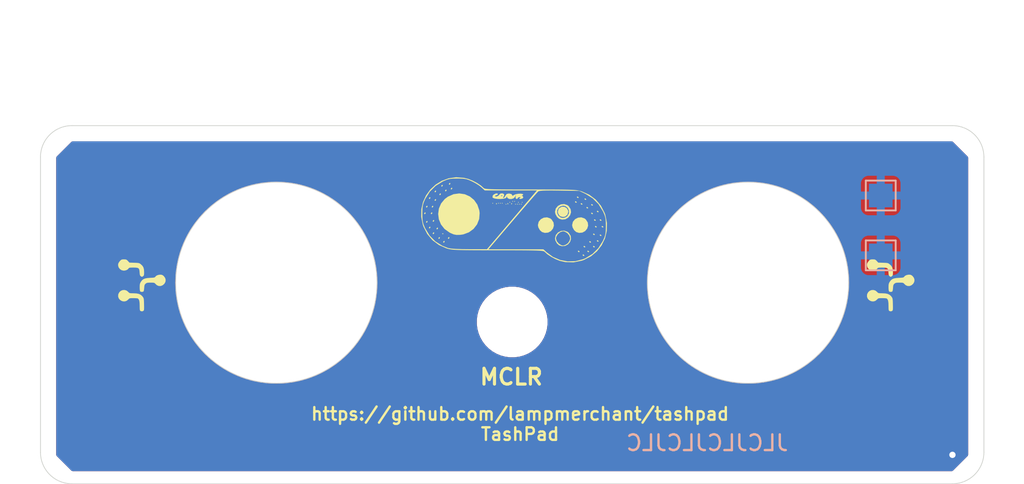
<source format=kicad_pcb>
(kicad_pcb (version 20240108) (generator "pcbnew") (generator_version "8.0")
  (title_block (title "TashPad back panel") (date "2024-05-04") (rev "1.1") (company "Lostwave") (comment 1 "https://68kmla.org") (comment 2 "https://github.com/demik/quack"))
  (layers (0 "F.Cu" signal) (31 "B.Cu" power) (36 "B.SilkS" user "B.Silkscreen") (37 "F.SilkS" user "F.Silkscreen") (38 "B.Mask" user) (39 "F.Mask" user) (44 "Edge.Cuts" user))
  (net 0 "")
  (net 1 "Earth")
  (footprint "ADB_4mm:ADB_4mm" (layer "F.Cu") (at 44.45 50.165)
    (property "Reference" "ADB" (hide yes))
    (property "Value" "LOGO" (hide yes))
    (fp_poly (pts (xy 1.259897 -0.668993) (xy 1.331506 -0.635877) (xy 1.392588 -0.584544) (xy 1.477977 -0.470504) (xy 1.512294 -0.34505) (xy 1.496646 -0.218291) (xy 1.432143 -0.100335) (xy 1.329326 -0.007428) (xy 1.20383 0.045712) (xy 1.074948 0.045922) (xy 0.952682 -0.004896) (xy 0.852152 -0.098214) (xy 0.820579 -0.132945) (xy 0.783631 -0.15407) (xy 0.72732 -0.164935) (xy 0.637658 -0.168887) (xy 0.554901 -0.169333) (xy 0.432714 -0.167543) (xy 0.35156 -0.160029) (xy 0.296086 -0.143577) (xy 0.250935 -0.114973) (xy 0.235987 -0.10258) (xy 0.193251 -0.058852) (xy 0.167831 -0.007829) (xy 0.153713 0.068037) (xy 0.146508 0.158475) (xy 0.136575 0.26159) (xy 0.122012 0.344227) (xy 0.106195 0.388056) (xy 0.053084 0.416405) (xy -0.022119 0.42118) (xy -0.090132 0.402187) (xy -0.107244 0.389467) (xy -0.125577 0.341817) (xy -0.137288 0.247941) (xy -0.141111 0.126881) (xy -0.13882 0.005686) (xy -0.128982 -0.078734) (xy -0.107152 -0.145963) (xy -0.068884 -0.215585) (xy -0.060251 -0.229342) (xy 0.010405 -0.322439) (xy 0.092776 -0.388945) (xy 0.197752 -0.433387) (xy 0.336224 -0.460291) (xy 0.519082 -0.474183) (xy 0.529901 -0.47463) (xy 0.664168 -0.48136) (xy 0.752841 -0.490158) (xy 0.806771 -0.503223) (xy 0.83681 -0.522755) (xy 0.848238 -0.539158) (xy 0.91329 -0.606885) (xy 1.017232 -0.655085) (xy 1.143924 -0.676781) (xy 1.167811 -0.677333)) (fill solid) (layer "F.SilkS"))
    (fp_poly (pts (xy -1.04761 -1.647727) (xy -0.985222 -1.631585) (xy -0.932496 -1.593092) (xy -0.888788 -1.547716) (xy -0.794134 -1.444431) (xy -0.484261 -1.434827) (xy -0.346803 -1.429766) (xy -0.252227 -1.422635) (xy -0.186982 -1.410313) (xy -0.137515 -1.389682) (xy -0.090274 -1.35762) (xy -0.066027 -1.338549) (xy 0.033764 -1.242941) (xy 0.09744 -1.13807) (xy 0.131157 -1.009158) (xy 0.141067 -0.841425) (xy 0.141067 -0.841211) (xy 0.139279 -0.728284) (xy 0.131564 -0.657425) (xy 0.114486 -0.614314) (xy 0.084604 -0.584629) (xy 0.078387 -0.580156) (xy 0.022452 -0.544875) (xy -0.016495 -0.542386) (xy -0.067105 -0.572268) (xy -0.075165 -0.577899) (xy -0.108691 -0.611754) (xy -0.129324 -0.665081) (xy -0.141424 -0.752568) (xy -0.14575 -0.815715) (xy -0.156903 -0.942594) (xy -0.179676 -1.029777) (xy -0.223331 -1.084628) (xy -0.29713 -1.11451) (xy -0.410334 -1.12679) (xy -0.539603 -1.128889) (xy -0.668608 -1.127757) (xy -0.752679 -1.122959) (xy -0.803307 -1.112394) (xy -0.83198 -1.093959) (xy -0.84651 -1.072737) (xy -0.911784 -1.003554) (xy -1.013926 -0.953673) (xy -1.13438 -0.931694) (xy -1.151536 -0.931333) (xy -1.285728 -0.957746) (xy -1.399504 -1.030666) (xy -1.479522 -1.140613) (xy -1.493099 -1.173949) (xy -1.517829 -1.293905) (xy -1.498193 -1.400965) (xy -1.430574 -1.509344) (xy -1.398285 -1.546545) (xy -1.337923 -1.606991) (xy -1.284711 -1.638144) (xy -1.215233 -1.649587) (xy -1.143 -1.651)) (fill solid) (layer "F.SilkS"))
    (fp_poly (pts (xy -0.967687 0.339291) (xy -0.863523 0.425217) (xy -0.828276 0.464011) (xy -0.792831 0.488322) (xy -0.743544 0.501571) (xy -0.666769 0.50718) (xy -0.548862 0.508573) (xy -0.530989 0.50862) (xy -0.341151 0.517855) (xy -0.194397 0.547254) (xy -0.079715 0.600882) (xy 0.013912 0.682801) (xy 0.04561 0.72134) (xy 0.078417 0.766596) (xy 0.101268 0.80917) (xy 0.116289 0.860518) (xy 0.125609 0.932099) (xy 0.131355 1.035369) (xy 0.135654 1.181785) (xy 0.136349 1.209947) (xy 0.139425 1.365776) (xy 0.1391 1.474832) (xy 0.13444 1.546731) (xy 0.124511 1.591091) (xy 0.108378 1.617527) (xy 0.095677 1.628535) (xy 0.009875 1.662387) (xy -0.081162 1.640472) (xy -0.091722 1.634628) (xy -0.114272 1.613811) (xy -0.128849 1.575766) (xy -0.13708 1.509794) (xy -0.140591 1.405195) (xy -0.141111 1.309529) (xy -0.146892 1.125701) (xy -0.165295 0.991346) (xy -0.197916 0.900583) (xy -0.246345 0.84753) (xy -0.269376 0.835976) (xy -0.317608 0.82789) (xy -0.405795 0.821776) (xy -0.517452 0.818649) (xy -0.554464 0.818444) (xy -0.672045 0.819513) (xy -0.747861 0.82534) (xy -0.796584 0.839856) (xy -0.832886 0.86699) (xy -0.863523 0.901227) (xy -0.966157 0.987013) (xy -1.081305 1.026299) (xy -1.199489 1.024329) (xy -1.31123 0.986344) (xy -1.407049 0.917588) (xy -1.477469 0.823301) (xy -1.51301 0.708727) (xy -1.504195 0.579108) (xy -1.496115 0.551355) (xy -1.430437 0.430842) (xy -1.332604 0.346956) (xy -1.214767 0.302121) (xy -1.089078 0.298758)) (fill solid) (layer "F.SilkS"))
  )
  (footprint "LOGO" (layer "F.Cu") (at 68 46)
    (property "Reference" "G***" (hide yes))
    (property "Value" "LOGO" (hide yes))
    (fp_poly (pts (xy -1.209524 -1.058333) (xy -1.239762 -1.028095) (xy -1.27 -1.058333) (xy -1.239762 -1.088571)) (fill solid) (layer "F.SilkS"))
    (fp_poly (pts (xy -0.846667 -1.058333) (xy -0.876905 -1.028095) (xy -0.907143 -1.058333) (xy -0.876905 -1.088571)) (fill solid) (layer "F.SilkS"))
    (fp_poly (pts (xy -0.725715 -1.058333) (xy -0.755953 -1.028095) (xy -0.786191 -1.058333) (xy -0.755953 -1.088571)) (fill solid) (layer "F.SilkS"))
    (fp_poly (pts (xy -0.604762 -1.058333) (xy -0.635 -1.028095) (xy -0.665238 -1.058333) (xy -0.635 -1.088571)) (fill solid) (layer "F.SilkS"))
    (fp_poly (pts (xy -0.362857 -0.997857) (xy -0.393095 -0.967619) (xy -0.423334 -0.997857) (xy -0.393095 -1.028095)) (fill solid) (layer "F.SilkS"))
    (fp_poly (pts (xy -0.120953 -1.118809) (xy -0.151191 -1.088571) (xy -0.181429 -1.118809) (xy -0.151191 -1.149047)) (fill solid) (layer "F.SilkS"))
    (fp_poly (pts (xy 0.060476 -1.179285) (xy 0.030238 -1.149047) (xy 0 -1.179285) (xy 0.030238 -1.209524)) (fill solid) (layer "F.SilkS"))
    (fp_poly (pts (xy 0.181428 -1.179285) (xy 0.15119 -1.149047) (xy 0.120952 -1.179285) (xy 0.15119 -1.209524)) (fill solid) (layer "F.SilkS"))
    (fp_poly (pts (xy 0.241905 -0.997857) (xy 0.211666 -0.967619) (xy 0.181428 -0.997857) (xy 0.211666 -1.028095)) (fill solid) (layer "F.SilkS"))
    (fp_poly (pts (xy 0.362857 -0.997857) (xy 0.332619 -0.967619) (xy 0.302381 -0.997857) (xy 0.332619 -1.028095)) (fill solid) (layer "F.SilkS"))
    (fp_poly (pts (xy 0.423333 -1.118809) (xy 0.393095 -1.088571) (xy 0.362857 -1.118809) (xy 0.393095 -1.149047)) (fill solid) (layer "F.SilkS"))
    (fp_poly (pts (xy 0.483809 -0.997857) (xy 0.453571 -0.967619) (xy 0.423333 -0.997857) (xy 0.453571 -1.028095)) (fill solid) (layer "F.SilkS"))
    (fp_poly (pts (xy 0.604762 -0.997857) (xy 0.574524 -0.967619) (xy 0.544285 -0.997857) (xy 0.574524 -1.028095)) (fill solid) (layer "F.SilkS"))
    (fp_poly (pts (xy 0.665238 -1.118809) (xy 0.635 -1.088571) (xy 0.604762 -1.118809) (xy 0.635 -1.149047)) (fill solid) (layer "F.SilkS"))
    (fp_poly (pts (xy -4.374445 0.866826) (xy -4.382746 0.902779) (xy -4.414762 0.907143) (xy -4.464541 0.885016) (xy -4.45508 0.866826) (xy -4.383309 0.859588)) (fill solid) (layer "F.SilkS"))
    (fp_poly (pts (xy -0.987778 -1.068412) (xy -0.98054 -0.996641) (xy -0.987778 -0.987778) (xy -1.023731 -0.996079) (xy -1.028095 -1.028095) (xy -1.005968 -1.077874)) (fill solid) (layer "F.SilkS"))
    (fp_poly (pts (xy -0.262064 -1.068412) (xy -0.254826 -0.996641) (xy -0.262064 -0.987778) (xy -0.298017 -0.996079) (xy -0.302381 -1.028095) (xy -0.280254 -1.077874)) (fill solid) (layer "F.SilkS"))
    (fp_poly (pts (xy -0.020159 -1.068412) (xy -0.012921 -0.996641) (xy -0.020159 -0.987778) (xy -0.056112 -0.996079) (xy -0.060476 -1.028095) (xy -0.038349 -1.077874)) (fill solid) (layer "F.SilkS"))
    (fp_poly (pts (xy -5.504027 -0.437019) (xy -5.503334 -0.423333) (xy -5.549825 -0.365181) (xy -5.567379 -0.362857) (xy -5.603497 -0.399907) (xy -5.594048 -0.423333) (xy -5.539704 -0.481026) (xy -5.530003 -0.483809)) (fill solid) (layer "F.SilkS"))
    (fp_poly (pts (xy -5.383075 -0.860353) (xy -5.382381 -0.846666) (xy -5.428872 -0.788514) (xy -5.446427 -0.78619) (xy -5.482545 -0.82324) (xy -5.473095 -0.846666) (xy -5.418751 -0.90436) (xy -5.40905 -0.907143)) (fill solid) (layer "F.SilkS"))
    (fp_poly (pts (xy -5.383075 0.107266) (xy -5.382381 0.120953) (xy -5.428872 0.179105) (xy -5.446427 0.181429) (xy -5.482545 0.144379) (xy -5.473095 0.120953) (xy -5.418751 0.063259) (xy -5.40905 0.060476)) (fill solid) (layer "F.SilkS"))
    (fp_poly (pts (xy -5.201646 -1.404638) (xy -5.200953 -1.390952) (xy -5.247444 -1.3328) (xy -5.264998 -1.330476) (xy -5.301117 -1.367526) (xy -5.291667 -1.390952) (xy -5.237323 -1.448645) (xy -5.227622 -1.451428)) (fill solid) (layer "F.SilkS"))
    (fp_poly (pts (xy -5.201646 0.470124) (xy -5.200953 0.48381) (xy -5.247444 0.541962) (xy -5.264998 0.544286) (xy -5.301117 0.507236) (xy -5.291667 0.48381) (xy -5.237323 0.426116) (xy -5.227622 0.423334)) (fill solid) (layer "F.SilkS"))
    (fp_poly (pts (xy -5.080694 -0.437019) (xy -5.08 -0.423333) (xy -5.126491 -0.365181) (xy -5.144046 -0.362857) (xy -5.180164 -0.399907) (xy -5.170715 -0.423333) (xy -5.11637 -0.481026) (xy -5.106669 -0.483809)) (fill solid) (layer "F.SilkS"))
    (fp_poly (pts (xy -5.020217 -0.860353) (xy -5.019524 -0.846666) (xy -5.066015 -0.788514) (xy -5.083569 -0.78619) (xy -5.119688 -0.82324) (xy -5.110238 -0.846666) (xy -5.055894 -0.90436) (xy -5.046193 -0.907143)) (fill solid) (layer "F.SilkS"))
    (fp_poly (pts (xy -4.959741 0.04679) (xy -4.959048 0.060476) (xy -5.005539 0.118629) (xy -5.023093 0.120953) (xy -5.059212 0.083903) (xy -5.049762 0.060476) (xy -4.995418 0.002783) (xy -4.985717 0)) (fill solid) (layer "F.SilkS"))
    (fp_poly (pts (xy -4.959741 0.832981) (xy -4.959048 0.846667) (xy -5.005539 0.904819) (xy -5.023093 0.907143) (xy -5.059212 0.870093) (xy -5.049762 0.846667) (xy -4.995418 0.788974) (xy -4.985717 0.786191)) (fill solid) (layer "F.SilkS"))
    (fp_poly (pts (xy -4.838789 -1.827972) (xy -4.838095 -1.814285) (xy -4.884587 -1.756133) (xy -4.902141 -1.753809) (xy -4.938259 -1.790859) (xy -4.92881 -1.814285) (xy -4.874465 -1.871979) (xy -4.864764 -1.874762)) (fill solid) (layer "F.SilkS"))
    (fp_poly (pts (xy -4.838789 -1.283686) (xy -4.838095 -1.27) (xy -4.884587 -1.211848) (xy -4.902141 -1.209524) (xy -4.938259 -1.246574) (xy -4.92881 -1.27) (xy -4.874465 -1.327693) (xy -4.864764 -1.330476)) (fill solid) (layer "F.SilkS"))
    (fp_poly (pts (xy -4.717836 0.5306) (xy -4.717143 0.544286) (xy -4.763634 0.602438) (xy -4.781188 0.604762) (xy -4.817307 0.567712) (xy -4.807857 0.544286) (xy -4.753513 0.486593) (xy -4.743812 0.48381)) (fill solid) (layer "F.SilkS"))
    (fp_poly (pts (xy -4.596884 1.135362) (xy -4.596191 1.149048) (xy -4.642682 1.2072) (xy -4.660236 1.209524) (xy -4.696355 1.172474) (xy -4.686905 1.149048) (xy -4.632561 1.091355) (xy -4.62286 1.088572)) (fill solid) (layer "F.SilkS"))
    (fp_poly (pts (xy -4.536408 -1.646543) (xy -4.535715 -1.632857) (xy -4.582206 -1.574705) (xy -4.59976 -1.572381) (xy -4.635878 -1.609431) (xy -4.626429 -1.632857) (xy -4.572084 -1.69055) (xy -4.562384 -1.693333)) (fill solid) (layer "F.SilkS"))
    (fp_poly (pts (xy -4.415456 -2.190829) (xy -4.414762 -2.177143) (xy -4.461253 -2.11899) (xy -4.478807 -2.116666) (xy -4.514926 -2.153716) (xy -4.505476 -2.177143) (xy -4.451132 -2.234836) (xy -4.441431 -2.237619)) (fill solid) (layer "F.SilkS"))
    (fp_poly (pts (xy -4.294503 1.377266) (xy -4.29381 1.390953) (xy -4.340301 1.449105) (xy -4.357855 1.451429) (xy -4.393974 1.414379) (xy -4.384524 1.390953) (xy -4.33018 1.333259) (xy -4.320479 1.330476)) (fill solid) (layer "F.SilkS"))
    (fp_poly (pts (xy -4.173551 -1.888448) (xy -4.172857 -1.874762) (xy -4.219349 -1.816609) (xy -4.236903 -1.814285) (xy -4.273021 -1.851335) (xy -4.263572 -1.874762) (xy -4.209227 -1.932455) (xy -4.199526 -1.935238)) (fill solid) (layer "F.SilkS"))
    (fp_poly (pts (xy -3.992122 1.135362) (xy -3.991429 1.149048) (xy -4.03792 1.2072) (xy -4.055474 1.209524) (xy -4.091593 1.172474) (xy -4.082143 1.149048) (xy -4.027799 1.091355) (xy -4.018098 1.088572)) (fill solid) (layer "F.SilkS"))
    (fp_poly (pts (xy -3.931646 -2.311781) (xy -3.930953 -2.298095) (xy -3.977444 -2.239943) (xy -3.994998 -2.237619) (xy -4.031117 -2.274669) (xy -4.021667 -2.298095) (xy -3.967323 -2.355788) (xy -3.957622 -2.358571)) (fill solid) (layer "F.SilkS"))
    (fp_poly (pts (xy -3.810694 -2.0094) (xy -3.81 -1.995714) (xy -3.856491 -1.937562) (xy -3.874046 -1.935238) (xy -3.910164 -1.972288) (xy -3.900715 -1.995714) (xy -3.84637 -2.053407) (xy -3.836669 -2.05619)) (fill solid) (layer "F.SilkS"))
    (fp_poly (pts (xy 4.051905 -1.179285) (xy 4.109598 -1.124941) (xy 4.112381 -1.11524) (xy 4.065591 -1.089265) (xy 4.051905 -1.088571) (xy 3.993752 -1.135062) (xy 3.991428 -1.152616) (xy 4.028478 -1.188735)) (fill solid) (layer "F.SilkS"))
    (fp_poly (pts (xy 4.172857 -1.481666) (xy 4.23055 -1.427322) (xy 4.233333 -1.417621) (xy 4.186543 -1.391645) (xy 4.172857 -1.390952) (xy 4.114705 -1.437443) (xy 4.112381 -1.454997) (xy 4.149431 -1.491116)) (fill solid) (layer "F.SilkS"))
    (fp_poly (pts (xy 4.233333 1.965476) (xy 4.291026 2.019821) (xy 4.293809 2.029522) (xy 4.247019 2.055497) (xy 4.233333 2.056191) (xy 4.175181 2.0097) (xy 4.172857 1.992145) (xy 4.209907 1.956027)) (fill solid) (layer "F.SilkS"))
    (fp_poly (pts (xy 4.414762 -1.058333) (xy 4.472455 -1.003989) (xy 4.475238 -0.994288) (xy 4.428448 -0.968312) (xy 4.414762 -0.967619) (xy 4.356609 -1.01411) (xy 4.354285 -1.031664) (xy 4.391335 -1.067783)) (fill solid) (layer "F.SilkS"))
    (fp_poly (pts (xy 4.535714 2.207381) (xy 4.593407 2.261726) (xy 4.59619 2.271427) (xy 4.5494 2.297402) (xy 4.535714 2.298096) (xy 4.477562 2.251604) (xy 4.475238 2.23405) (xy 4.512288 2.197932)) (fill solid) (layer "F.SilkS"))
    (fp_poly (pts (xy 4.59619 1.663096) (xy 4.653884 1.71744) (xy 4.656666 1.727141) (xy 4.609876 1.753116) (xy 4.59619 1.75381) (xy 4.538038 1.707319) (xy 4.535714 1.689764) (xy 4.572764 1.653646)) (fill solid) (layer "F.SilkS"))
    (fp_poly (pts (xy 4.656666 -1.360714) (xy 4.71436 -1.30637) (xy 4.717143 -1.296669) (xy 4.670353 -1.270693) (xy 4.656666 -1.27) (xy 4.598514 -1.316491) (xy 4.59619 -1.334045) (xy 4.63324 -1.370164)) (fill solid) (layer "F.SilkS"))
    (fp_poly (pts (xy 4.777619 -0.816428) (xy 4.835312 -0.762084) (xy 4.838095 -0.752383) (xy 4.791305 -0.726407) (xy 4.777619 -0.725714) (xy 4.719467 -0.772205) (xy 4.717143 -0.789759) (xy 4.754193 -0.825878)) (fill solid) (layer "F.SilkS"))
    (fp_poly (pts (xy 4.838095 1.965476) (xy 4.895788 2.019821) (xy 4.898571 2.029522) (xy 4.851781 2.055497) (xy 4.838095 2.056191) (xy 4.779943 2.0097) (xy 4.777619 1.992145) (xy 4.814669 1.956027)) (fill solid) (layer "F.SilkS"))
    (fp_poly (pts (xy 4.959047 1.360715) (xy 5.016741 1.415059) (xy 5.019524 1.42476) (xy 4.972734 1.450735) (xy 4.959047 1.451429) (xy 4.900895 1.404938) (xy 4.898571 1.387384) (xy 4.935621 1.351265)) (fill solid) (layer "F.SilkS"))
    (fp_poly (pts (xy 5.08 -0.997857) (xy 5.137693 -0.943513) (xy 5.140476 -0.933812) (xy 5.093686 -0.907836) (xy 5.08 -0.907143) (xy 5.021848 -0.953634) (xy 5.019524 -0.971188) (xy 5.056574 -1.007306)) (fill solid) (layer "F.SilkS"))
    (fp_poly (pts (xy 5.08 -0.453571) (xy 5.137693 -0.399227) (xy 5.140476 -0.389526) (xy 5.093686 -0.36355) (xy 5.08 -0.362857) (xy 5.021848 -0.409348) (xy 5.019524 -0.426902) (xy 5.056574 -0.463021)) (fill solid) (layer "F.SilkS"))
    (fp_poly (pts (xy 5.200952 0.876905) (xy 5.258645 0.931249) (xy 5.261428 0.94095) (xy 5.214638 0.966926) (xy 5.200952 0.967619) (xy 5.1428 0.921128) (xy 5.140476 0.903574) (xy 5.177526 0.867455)) (fill solid) (layer "F.SilkS"))
    (fp_poly (pts (xy 5.200952 1.663096) (xy 5.258645 1.71744) (xy 5.261428 1.727141) (xy 5.214638 1.753116) (xy 5.200952 1.75381) (xy 5.1428 1.707319) (xy 5.140476 1.689764) (xy 5.177526 1.653646)) (fill solid) (layer "F.SilkS"))
    (fp_poly (pts (xy 5.261428 -0.030238) (xy 5.319122 0.024107) (xy 5.321905 0.033807) (xy 5.275115 0.059783) (xy 5.261428 0.060476) (xy 5.203276 0.013985) (xy 5.200952 -0.003569) (xy 5.238002 -0.039687)) (fill solid) (layer "F.SilkS"))
    (fp_poly (pts (xy 5.321905 0.393096) (xy 5.379598 0.44744) (xy 5.382381 0.457141) (xy 5.335591 0.483116) (xy 5.321905 0.48381) (xy 5.263752 0.437319) (xy 5.261428 0.419764) (xy 5.298478 0.383646)) (fill solid) (layer "F.SilkS"))
    (fp_poly (pts (xy 5.442857 -0.574524) (xy 5.50055 -0.520179) (xy 5.503333 -0.510478) (xy 5.456543 -0.484503) (xy 5.442857 -0.483809) (xy 5.384705 -0.5303) (xy 5.382381 -0.547855) (xy 5.419431 -0.583973)) (fill solid) (layer "F.SilkS"))
    (fp_poly (pts (xy 5.442857 1.300238) (xy 5.50055 1.354583) (xy 5.503333 1.364284) (xy 5.456543 1.390259) (xy 5.442857 1.390953) (xy 5.384705 1.344461) (xy 5.382381 1.326907) (xy 5.419431 1.290789)) (fill solid) (layer "F.SilkS"))
    (fp_poly (pts (xy 5.624285 -0.030238) (xy 5.681979 0.024107) (xy 5.684762 0.033807) (xy 5.637972 0.059783) (xy 5.624285 0.060476) (xy 5.566133 0.013985) (xy 5.563809 -0.003569) (xy 5.600859 -0.039687)) (fill solid) (layer "F.SilkS"))
    (fp_poly (pts (xy 5.624285 0.937381) (xy 5.681979 0.991726) (xy 5.684762 1.001427) (xy 5.637972 1.027402) (xy 5.624285 1.028096) (xy 5.566133 0.981604) (xy 5.563809 0.96405) (xy 5.600859 0.927932)) (fill solid) (layer "F.SilkS"))
    (fp_poly (pts (xy 5.745238 0.393096) (xy 5.802931 0.44744) (xy 5.805714 0.457141) (xy 5.758924 0.483116) (xy 5.745238 0.48381) (xy 5.687086 0.437319) (xy 5.684762 0.419764) (xy 5.721812 0.383646)) (fill solid) (layer "F.SilkS"))
    (fp_poly (pts (xy 3.327114 -0.830857) (xy 3.473689 -0.74307) (xy 3.559214 -0.590777) (xy 3.568095 -0.514047) (xy 3.514575 -0.334068) (xy 3.376432 -0.213144) (xy 3.235476 -0.181428) (xy 3.08081 -0.220769) (xy 2.997891 -0.276462) (xy 2.921008 -0.412357) (xy 2.902857 -0.514047) (xy 2.942198 -0.668714) (xy 2.997891 -0.751632) (xy 3.156258 -0.838818)) (fill solid) (layer "F.SilkS"))
    (fp_poly (pts (xy 2.423317 -0.09164) (xy 2.505442 -0.025918) (xy 2.629603 0.165901) (xy 2.65351 0.367166) (xy 2.593744 0.556032) (xy 2.466885 0.710657) (xy 2.289516 0.809195) (xy 2.078216 0.829804) (xy 1.89678 0.775935) (xy 1.763034 0.658423) (xy 1.663506 0.480877) (xy 1.632857 0.332619) (xy 1.684921 0.118542) (xy 1.820669 -0.043525) (xy 2.00943 -0.140978) (xy 2.220535 -0.161217)) (fill solid) (layer "F.SilkS"))
    (fp_poly (pts (xy 4.60046 -0.09164) (xy 4.682585 -0.025918) (xy 4.806746 0.165901) (xy 4.830653 0.367166) (xy 4.770887 0.556032) (xy 4.644028 0.710657) (xy 4.466659 0.809195) (xy 4.255359 0.829804) (xy 4.073923 0.775935) (xy 3.940176 0.658423) (xy 3.840649 0.480877) (xy 3.81 0.332619) (xy 3.862064 0.118542) (xy 3.997811 -0.043525) (xy 4.186572 -0.140978) (xy 4.397678 -0.161217)) (fill solid) (layer "F.SilkS"))
    (fp_poly (pts (xy -3.016727 -1.632893) (xy -2.695637 -1.490523) (xy -2.422655 -1.266406) (xy -2.215653 -0.969773) (xy -2.092505 -0.609855) (xy -2.069487 -0.43377) (xy -2.099197 -0.054709) (xy -2.233301 0.287232) (xy -2.457019 0.575588) (xy -2.755568 0.793897) (xy -3.114169 0.925697) (xy -3.315754 0.954324) (xy -3.541233 0.95818) (xy -3.725107 0.923136) (xy -3.929776 0.83529) (xy -3.990495 0.803979) (xy -4.304543 0.578666) (xy -4.529559 0.29292) (xy -4.664653 -0.032862) (xy -4.708936 -0.378285) (xy -4.661521 -0.722953) (xy -4.521518 -1.046471) (xy -4.288038 -1.328443) (xy -4.089905 -1.477212) (xy -3.731735 -1.635468) (xy -3.368051 -1.684285)) (fill solid) (layer "F.SilkS"))
    (fp_poly (pts (xy 3.511888 -0.938307) (xy 3.594013 -0.872585) (xy 3.718174 -0.680766) (xy 3.742081 -0.479501) (xy 3.682315 -0.290634) (xy 3.555457 -0.13601) (xy 3.378087 -0.037471) (xy 3.166788 -0.016863) (xy 2.985351 -0.070732) (xy 2.851605 -0.188243) (xy 2.752077 -0.36579) (xy 2.738651 -0.430737) (xy 2.861999 -0.430737) (xy 2.941031 -0.264252) (xy 3.087913 -0.150763) (xy 3.235476 -0.120952) (xy 3.391908 -0.163014) (xy 3.507619 -0.241904) (xy 3.606172 -0.412002) (xy 3.608953 -0.597357) (xy 3.529921 -0.763843) (xy 3.383039 -0.877332) (xy 3.235476 -0.907143) (xy 3.079044 -0.865081) (xy 2.963333 -0.78619) (xy 2.86478 -0.616092) (xy 2.861999 -0.430737) (xy 2.738651 -0.430737) (xy 2.721428 -0.514047) (xy 2.773493 -0.728125) (xy 2.90924 -0.890192) (xy 3.098001 -0.987645) (xy 3.309107 -1.007884)) (fill solid) (layer "F.SilkS"))
    (fp_poly (pts (xy 3.511888 0.755027) (xy 3.594013 0.820749) (xy 3.718174 1.012568) (xy 3.742081 1.213833) (xy 3.682315 1.402699) (xy 3.555457 1.557324) (xy 3.378087 1.655862) (xy 3.166788 1.676471) (xy 2.985351 1.622601) (xy 2.851605 1.50509) (xy 2.752077 1.327543) (xy 2.721428 1.179286) (xy 2.781905 1.179286) (xy 2.834567 1.353928) (xy 2.965982 1.512394) (xy 3.136289 1.614824) (xy 3.235476 1.632857) (xy 3.386267 1.590929) (xy 3.535405 1.489525) (xy 3.540606 1.484416) (xy 3.643739 1.337025) (xy 3.68896 1.184766) (xy 3.689047 1.179286) (xy 3.636385 1.004644) (xy 3.50497 0.846178) (xy 3.334662 0.743748) (xy 3.235476 0.725715) (xy 3.060834 0.778377) (xy 2.902368 0.909792) (xy 2.799938 1.0801) (xy 2.781905 1.179286) (xy 2.721428 1.179286) (xy 2.773493 0.965208) (xy 2.90924 0.803142) (xy 3.098001 0.705688) (xy 3.309107 0.685449)) (fill solid) (layer "F.SilkS"))
    (fp_poly (pts (xy -0.519606 -1.640294) (xy -0.512411 -1.630208) (xy -0.513127 -1.536931) (xy -0.546485 -1.479017) (xy -0.581529 -1.407742) (xy -0.561398 -1.390952) (xy -0.496093 -1.439878) (xy -0.435364 -1.53989) (xy -0.353086 -1.649548) (xy -0.218795 -1.67763) (xy -0.183872 -1.675962) (xy -0.047832 -1.641866) (xy -0.00012 -1.580095) (xy 0.014724 -1.527909) (xy 0.078775 -1.562785) (xy 0.098499 -1.578841) (xy 0.213641 -1.63107) (xy 0.379083 -1.662288) (xy 0.547253 -1.668874) (xy 0.670576 -1.647204) (xy 0.700526 -1.624686) (xy 0.684837 -1.577078) (xy 0.653688 -1.571455) (xy 0.608269 -1.558209) (xy 0.657867 -1.51774) (xy 0.71019 -1.441353) (xy 0.666465 -1.369157) (xy 0.548613 -1.332034) (xy 0.525597 -1.331402) (xy 0.439325 -1.341016) (xy 0.463463 -1.377235) (xy 0.483809 -1.390952) (xy 0.539406 -1.437819) (xy 0.482248 -1.450307) (xy 0.46869 -1.450502) (xy 0.378976 -1.422793) (xy 0.362857 -1.390952) (xy 0.314292 -1.33636) (xy 0.277804 -1.330476) (xy 0.216825 -1.377807) (xy 0.219034 -1.466547) (xy 0.245316 -1.602619) (xy 0.185083 -1.466547) (xy 0.092343 -1.371348) (xy -0.049989 -1.325876) (xy -0.196317 -1.332856) (xy -0.301042 -1.395011) (xy -0.32117 -1.436309) (xy -0.344139 -1.507161) (xy -0.354292 -1.461594) (xy -0.355842 -1.44053) (xy -0.414172 -1.382338) (xy -0.55567 -1.344696) (xy -0.744255 -1.327915) (xy -0.943848 -1.332305) (xy -1.11837 -1.358177) (xy -1.231742 -1.405842) (xy -1.252589 -1.432809) (xy -1.238257 -1.545597) (xy -1.177553 -1.611364) (xy -1.04461 -1.680171) (xy -0.942679 -1.685099) (xy -0.907143 -1.632857) (xy -0.956126 -1.579204) (xy -0.997857 -1.572381) (xy -1.078381 -1.542732) (xy -1.088572 -1.517566) (xy -1.047312 -1.48241) (xy -0.95597 -1.500467) (xy -0.868078 -1.552222) (xy -0.705556 -1.552222) (xy -0.697254 -1.516269) (xy -0.665238 -1.511904) (xy -0.61546 -1.534032) (xy -0.624921 -1.552222) (xy -0.696692 -1.55946) (xy -0.705556 -1.552222) (xy -0.868078 -1.552222) (xy -0.863202 -1.555093) (xy -0.82251 -1.608578) (xy -0.742428 -1.676989) (xy -0.619341 -1.689104)) (fill solid) (layer "F.SilkS"))
    (fp_poly (pts (xy -3.076518 -2.678888) (xy -2.796413 -2.609656) (xy -2.516879 -2.499678) (xy -2.233239 -2.350053) (xy -1.986055 -2.18478) (xy -1.818522 -2.031056) (xy -1.789509 -2.008758) (xy -1.735977 -1.99016) (xy -1.647785 -1.974935) (xy -1.514797 -1.962757) (xy -1.326874 -1.953297) (xy -1.073876 -1.946228) (xy -0.745666 -1.941223) (xy -0.332106 -1.937956) (xy 0.176944 -1.936098) (xy 0.791621 -1.935322) (xy 1.150082 -1.935238) (xy 1.820015 -1.935001) (xy 2.380523 -1.934004) (xy 2.843133 -1.931822) (xy 3.219371 -1.928027) (xy 3.520766 -1.922192) (xy 3.758843 -1.91389) (xy 3.945131 -1.902695) (xy 4.091154 -1.888179) (xy 4.208442 -1.869916) (xy 4.30852 -1.847479) (xy 4.402916 -1.82044) (xy 4.42351 -1.814007) (xy 4.90223 -1.601986) (xy 5.312519 -1.294881) (xy 5.642595 -0.904475) (xy 5.880675 -0.44255) (xy 5.926388 -0.311129) (xy 6.028196 0.19872) (xy 6.017759 0.700282) (xy 5.902886 1.178432) (xy 5.691385 1.618043) (xy 5.391063 2.00399) (xy 5.00973 2.321146) (xy 4.555194 2.554385) (xy 4.42351 2.600198) (xy 3.904413 2.704082) (xy 3.387393 2.690968) (xy 3.018302 2.606743) (xy 2.75225 2.499244) (xy 2.47721 2.351816) (xy 2.234282 2.189161) (xy 2.064567 2.035981) (xy 2.060426 2.031056) (xy 2.031413 2.008758) (xy 1.977881 1.990161) (xy 1.88969 1.974936) (xy 1.756701 1.962757) (xy 1.568778 1.953297) (xy 1.31578 1.946228) (xy 0.98757 1.941224) (xy 0.57401 1.937956) (xy 0.06496 1.936098) (xy -0.549717 1.935323) (xy -0.908178 1.935238) (xy -1.578111 1.935001) (xy -2.138619 1.934005) (xy -2.601228 1.931822) (xy -2.977467 1.928027) (xy -3.278862 1.922192) (xy -3.516939 1.913891) (xy -3.703226 1.902696) (xy -3.84925 1.88818) (xy -3.935423 1.874762) (xy -1.512288 1.874762) (xy 0.237981 1.874762) (xy 1.988249 1.874762) (xy 2.188529 2.060645) (xy 2.591785 2.355561) (xy 3.046604 2.550397) (xy 3.53215 2.641964) (xy 4.027586 2.627074) (xy 4.512078 2.502538) (xy 4.661297 2.439057) (xy 5.11011 2.163569) (xy 5.478138 1.798749) (xy 5.760723 1.349258) (xy 5.769758 1.330476) (xy 5.863083 1.120317) (xy 5.919212 0.942287) (xy 5.947291 0.750574) (xy 5.956466 0.499367) (xy 5.956905 0.393096) (xy 5.952045 0.111468) (xy 5.931369 -0.095204) (xy 5.88573 -0.27273) (xy 5.805981 -0.466924) (xy 5.769758 -0.544285) (xy 5.489966 -0.997639) (xy 5.123229 -1.367124) (xy 4.672528 -1.649759) (xy 4.656666 -1.657377) (xy 4.263571 -1.844524) (xy 3.005091 -1.864061) (xy 2.553404 -1.869207) (xy 2.209255 -1.868429) (xy 1.95935 -1.861149) (xy 1.790395 -1.84679) (xy 1.689094 -1.824774) (xy 1.652251 -1.805286) (xy 1.593077 -1.743045) (xy 1.464691 -1.599056) (xy 1.276158 -1.383775) (xy 1.036545 -1.107658) (xy 0.754919 -0.78116) (xy 0.440347 -0.41474) (xy 0.101895 -0.018851) (xy 0.022801 0.073895) (xy -1.512288 1.874762) (xy -3.935423 1.874762) (xy -3.966538 1.869917) (xy -4.066616 1.847479) (xy -4.161011 1.820441) (xy -4.181606 1.814008) (xy -4.660325 1.601987) (xy -5.070615 1.294881) (xy -5.400691 0.904475) (xy -5.638771 0.442551) (xy -5.684484 0.31113) (xy -5.78631 -0.192167) (xy -5.783167 -0.393095) (xy -5.715 -0.393095) (xy -5.710141 -0.111467) (xy -5.689464 0.095204) (xy -5.643825 0.272731) (xy -5.564077 0.466924) (xy -5.527854 0.544286) (xy -5.24833 1.000716) (xy -4.886642 1.36839) (xy -4.442861 1.647246) (xy -4.082143 1.789966) (xy -3.900671 1.823873) (xy -3.602561 1.848178) (xy -3.191765 1.862657) (xy -2.721429 1.867107) (xy -1.602619 1.867543) (xy -0.014939 -0.003609) (xy 1.572741 -1.874762) (xy -0.086802 -1.874762) (xy -1.746345 -1.874762) (xy -1.946625 -2.062948) (xy -2.107502 -2.187991) (xy -2.329019 -2.328001) (xy -2.54 -2.440924) (xy -2.748804 -2.535232) (xy -2.924555 -2.592067) (xy -3.112756 -2.620642) (xy -3.358912 -2.630171) (xy -3.477381 -2.630714) (xy -3.759009 -2.625854) (xy -3.96568 -2.605178) (xy -4.143207 -2.559539) (xy -4.3374 -2.479791) (xy -4.414762 -2.443567) (xy -4.868115 -2.163776) (xy -5.2376 -1.797038) (xy -5.520236 -1.346337) (xy -5.527854 -1.330476) (xy -5.621179 -1.120317) (xy -5.677307 -0.942287) (xy -5.705386 -0.750574) (xy -5.714562 -0.499366) (xy -5.715 -0.393095) (xy -5.783167 -0.393095) (xy -5.778692 -0.679253) (xy -5.672453 -1.139183) (xy -5.478416 -1.561011) (xy -5.207404 -1.933792) (xy -4.870239 -2.24658) (xy -4.477745 -2.488429) (xy -4.040745 -2.648393) (xy -3.570061 -2.715528)) (fill solid) (layer "F.SilkS"))
  )
  (footprint "ADB_4mm:ADB_4mm" (layer "F.Cu") (at 92.075 50.165)
    (property "Reference" "ADB" (hide yes))
    (property "Value" "LOGO" (hide yes))
    (fp_poly (pts (xy 1.259897 -0.668993) (xy 1.331506 -0.635877) (xy 1.392588 -0.584544) (xy 1.477977 -0.470504) (xy 1.512294 -0.34505) (xy 1.496646 -0.218291) (xy 1.432143 -0.100335) (xy 1.329326 -0.007428) (xy 1.20383 0.045712) (xy 1.074948 0.045922) (xy 0.952682 -0.004896) (xy 0.852152 -0.098214) (xy 0.820579 -0.132945) (xy 0.783631 -0.15407) (xy 0.72732 -0.164935) (xy 0.637658 -0.168887) (xy 0.554901 -0.169333) (xy 0.432714 -0.167543) (xy 0.35156 -0.160029) (xy 0.296086 -0.143577) (xy 0.250935 -0.114973) (xy 0.235987 -0.10258) (xy 0.193251 -0.058852) (xy 0.167831 -0.007829) (xy 0.153713 0.068037) (xy 0.146508 0.158475) (xy 0.136575 0.26159) (xy 0.122012 0.344227) (xy 0.106195 0.388056) (xy 0.053084 0.416405) (xy -0.022119 0.42118) (xy -0.090132 0.402187) (xy -0.107244 0.389467) (xy -0.125577 0.341817) (xy -0.137288 0.247941) (xy -0.141111 0.126881) (xy -0.13882 0.005686) (xy -0.128982 -0.078734) (xy -0.107152 -0.145963) (xy -0.068884 -0.215585) (xy -0.060251 -0.229342) (xy 0.010405 -0.322439) (xy 0.092776 -0.388945) (xy 0.197752 -0.433387) (xy 0.336224 -0.460291) (xy 0.519082 -0.474183) (xy 0.529901 -0.47463) (xy 0.664168 -0.48136) (xy 0.752841 -0.490158) (xy 0.806771 -0.503223) (xy 0.83681 -0.522755) (xy 0.848238 -0.539158) (xy 0.91329 -0.606885) (xy 1.017232 -0.655085) (xy 1.143924 -0.676781) (xy 1.167811 -0.677333)) (fill solid) (layer "F.SilkS"))
    (fp_poly (pts (xy -1.04761 -1.647727) (xy -0.985222 -1.631585) (xy -0.932496 -1.593092) (xy -0.888788 -1.547716) (xy -0.794134 -1.444431) (xy -0.484261 -1.434827) (xy -0.346803 -1.429766) (xy -0.252227 -1.422635) (xy -0.186982 -1.410313) (xy -0.137515 -1.389682) (xy -0.090274 -1.35762) (xy -0.066027 -1.338549) (xy 0.033764 -1.242941) (xy 0.09744 -1.13807) (xy 0.131157 -1.009158) (xy 0.141067 -0.841425) (xy 0.141067 -0.841211) (xy 0.139279 -0.728284) (xy 0.131564 -0.657425) (xy 0.114486 -0.614314) (xy 0.084604 -0.584629) (xy 0.078387 -0.580156) (xy 0.022452 -0.544875) (xy -0.016495 -0.542386) (xy -0.067105 -0.572268) (xy -0.075165 -0.577899) (xy -0.108691 -0.611754) (xy -0.129324 -0.665081) (xy -0.141424 -0.752568) (xy -0.14575 -0.815715) (xy -0.156903 -0.942594) (xy -0.179676 -1.029777) (xy -0.223331 -1.084628) (xy -0.29713 -1.11451) (xy -0.410334 -1.12679) (xy -0.539603 -1.128889) (xy -0.668608 -1.127757) (xy -0.752679 -1.122959) (xy -0.803307 -1.112394) (xy -0.83198 -1.093959) (xy -0.84651 -1.072737) (xy -0.911784 -1.003554) (xy -1.013926 -0.953673) (xy -1.13438 -0.931694) (xy -1.151536 -0.931333) (xy -1.285728 -0.957746) (xy -1.399504 -1.030666) (xy -1.479522 -1.140613) (xy -1.493099 -1.173949) (xy -1.517829 -1.293905) (xy -1.498193 -1.400965) (xy -1.430574 -1.509344) (xy -1.398285 -1.546545) (xy -1.337923 -1.606991) (xy -1.284711 -1.638144) (xy -1.215233 -1.649587) (xy -1.143 -1.651)) (fill solid) (layer "F.SilkS"))
    (fp_poly (pts (xy -0.967687 0.339291) (xy -0.863523 0.425217) (xy -0.828276 0.464011) (xy -0.792831 0.488322) (xy -0.743544 0.501571) (xy -0.666769 0.50718) (xy -0.548862 0.508573) (xy -0.530989 0.50862) (xy -0.341151 0.517855) (xy -0.194397 0.547254) (xy -0.079715 0.600882) (xy 0.013912 0.682801) (xy 0.04561 0.72134) (xy 0.078417 0.766596) (xy 0.101268 0.80917) (xy 0.116289 0.860518) (xy 0.125609 0.932099) (xy 0.131355 1.035369) (xy 0.135654 1.181785) (xy 0.136349 1.209947) (xy 0.139425 1.365776) (xy 0.1391 1.474832) (xy 0.13444 1.546731) (xy 0.124511 1.591091) (xy 0.108378 1.617527) (xy 0.095677 1.628535) (xy 0.009875 1.662387) (xy -0.081162 1.640472) (xy -0.091722 1.634628) (xy -0.114272 1.613811) (xy -0.128849 1.575766) (xy -0.13708 1.509794) (xy -0.140591 1.405195) (xy -0.141111 1.309529) (xy -0.146892 1.125701) (xy -0.165295 0.991346) (xy -0.197916 0.900583) (xy -0.246345 0.84753) (xy -0.269376 0.835976) (xy -0.317608 0.82789) (xy -0.405795 0.821776) (xy -0.517452 0.818649) (xy -0.554464 0.818444) (xy -0.672045 0.819513) (xy -0.747861 0.82534) (xy -0.796584 0.839856) (xy -0.832886 0.86699) (xy -0.863523 0.901227) (xy -0.966157 0.987013) (xy -1.081305 1.026299) (xy -1.199489 1.024329) (xy -1.31123 0.986344) (xy -1.407049 0.917588) (xy -1.477469 0.823301) (xy -1.51301 0.708727) (xy -1.504195 0.579108) (xy -1.496115 0.551355) (xy -1.430437 0.430842) (xy -1.332604 0.346956) (xy -1.214767 0.302121) (xy -1.089078 0.298758)) (fill solid) (layer "F.SilkS"))
  )
  (footprint "MountingHole:MountingHole_4mm" (layer "F.Cu") (at 68 52.5)
    (property "Reference" "H1" (hide yes))
    (property "Value" "Reset button")
    (pad "" np_thru_hole circle (at 0 0) (size 4 4) (drill 4) (layers "*.Cu" "*.Mask"))
  )
  (footprint "TestPoint:TestPoint_Pad_1.5x1.5mm" (layer "B.Cu") (at 91.44 44.45)
    (property "Reference" "TP1" (hide yes))
    (property "Value" "TestPoint")
    (fp_line (start -0.95 -0.95) (end -0.95 0.95) (stroke (width 0.12)) (layer "B.SilkS"))
    (fp_line (start -0.95 0.95) (end 0.95 0.95) (stroke (width 0.12)) (layer "B.SilkS"))
    (fp_line (start 0.95 -0.95) (end -0.95 -0.95) (stroke (width 0.12)) (layer "B.SilkS"))
    (fp_line (start 0.95 0.95) (end 0.95 -0.95) (stroke (width 0.12)) (layer "B.SilkS"))
    (pad "1" smd rect (at 0 0) (size 1.5 1.5) (layers "B.Cu" "B.Mask") (net 1 "Earth"))
  )
  (footprint "TestPoint:TestPoint_Pad_1.5x1.5mm" (layer "B.Cu") (at 91.44 48.26)
    (property "Reference" "TP2" (hide yes))
    (property "Value" "TestPoint")
    (fp_line (start -0.95 -0.95) (end -0.95 0.95) (stroke (width 0.12)) (layer "B.SilkS"))
    (fp_line (start -0.95 0.95) (end 0.95 0.95) (stroke (width 0.12)) (layer "B.SilkS"))
    (fp_line (start 0.95 -0.95) (end -0.95 -0.95) (stroke (width 0.12)) (layer "B.SilkS"))
    (fp_line (start 0.95 0.95) (end 0.95 -0.95) (stroke (width 0.12)) (layer "B.SilkS"))
    (pad "1" smd rect (at 0 0) (size 1.5 1.5) (layers "B.Cu" "B.Mask") (net 1 "Earth"))
  )
  (gr_arc (start 96 40) (mid 97.414214 40.585786) (end 98 42) (stroke (width 0.05)) (layer "Edge.Cuts"))
  (gr_arc (start 40 62.8) (mid 38.585786 62.214214) (end 38 60.8) (stroke (width 0.05)) (layer "Edge.Cuts"))
  (gr_arc (start 98 60.8) (mid 97.414214 62.214214) (end 96 62.8) (stroke (width 0.05)) (layer "Edge.Cuts"))
  (gr_line (start 98 42) (end 98 60.8) (stroke (width 0.05)) (layer "Edge.Cuts"))
  (gr_line (start 96 62.8) (end 40 62.8) (stroke (width 0.05)) (layer "Edge.Cuts"))
  (gr_line (start 38 60.8) (end 38 42) (stroke (width 0.05)) (layer "Edge.Cuts"))
  (gr_line (start 40 40) (end 96 40) (stroke (width 0.05)) (layer "Edge.Cuts"))
  (gr_circle (center 83 50) (end 89.4 50) (stroke (width 0.05)) (fill none) (layer "Edge.Cuts"))
  (gr_arc (start 38 42) (mid 38.585786 40.585786) (end 40 40) (stroke (width 0.05)) (layer "Edge.Cuts"))
  (gr_circle (center 53 50) (end 59.4 50) (stroke (width 0.05)) (fill none) (layer "Edge.Cuts"))
  (gr_text "JLCJLCJLCJLC" (at 80.4 60.2 0) (layer "B.SilkS") (effects (font (size 1 1)) (justify mirror)))
  (gr_text "MCLR" (at 67.945 56 0) (layer "F.SilkS") (effects (font (size 1 1) (thickness 0.2))))
  (gr_text "https://github.com/lampmerchant/tashpad\nTashPad" (at 68.5 59 0) (layer "F.SilkS") (effects (font (size 0.8 0.8) (thickness 0.15) (bold yes))))
  (via (at 96 60.96) (size 0.8) (drill 0.4) (layers "F.Cu" "B.Cu") (net 1))
  (segment (start 96 60.96) (end 96 51.55) (width 0.25) (layer "B.Cu") (net 1))
  (segment (start 92.71 48.26) (end 91.694 48.26) (width 0.25) (layer "B.Cu") (net 1))
  (segment (start 91.44 48.26) (end 91.44 44.45) (width 0.25) (layer "B.Cu") (net 1))
  (segment (start 96 51.55) (end 92.71 48.26) (width 0.25) (layer "B.Cu") (net 1))
  (zone (net 1) (net_name "Earth") (layer "F.Cu") (priority 1) (connect_pads (clearance 0.508)) (min_thickness 0.25) (fill yes (thermal_gap 0.5) (thermal_bridge_width 0.5))
    (polygon (pts (xy 39 42) (xy 40 41) (xy 96 41) (xy 97 42) (xy 97 61) (xy 96 62) (xy 40 62) (xy 39 61)))
  )
  (zone (net 1) (net_name "Earth") (layer "B.Cu") (connect_pads (clearance 0.508)) (min_thickness 0.254) (fill yes (thermal_gap 0.508) (thermal_bridge_width 0.508))
    (polygon (pts (xy 97 42) (xy 97 61) (xy 96 62) (xy 40 62) (xy 39 61) (xy 39 42) (xy 40 41) (xy 96 41)))
  )
)
</source>
